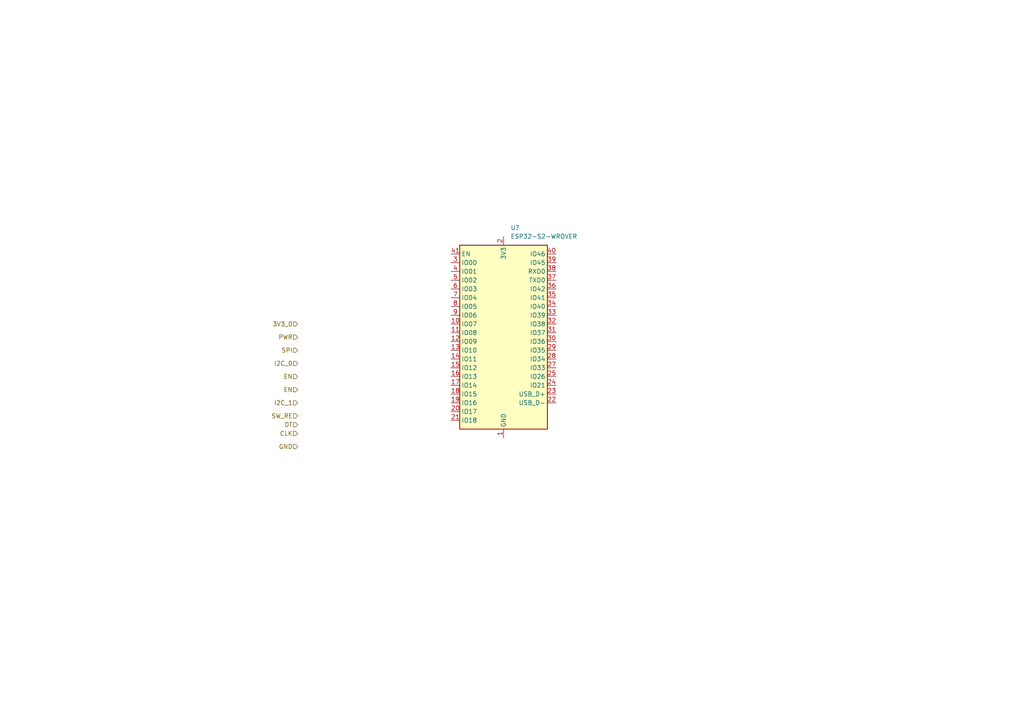
<source format=kicad_sch>
(kicad_sch (version 20211123) (generator eeschema)
  (paper "A4")
  (title_block (date "2022-12-27") (rev "0.1") (company "ncAudio"))
  (lib_symbols
    (symbol "RF_Module:ESP32-S2-WROVER"
      (property "Reference" "U" (at -12.7 29.21 0))
      (property "Value" "ESP32-S2-WROVER" (at 2.54 29.21 0))
      (symbol "ESP32-S2-WROVER_0_1"
        (rectangle (start -12.7 27.94) (end 12.7 -25.4) (stroke (width 0.254)) (fill (type background)))
      )
      (symbol "ESP32-S2-WROVER_1_1"
        (pin power_in line (at 0 -27.94 90) (length 2.54) (name "GND") (number "1"))
        (pin bidirectional line (at -15.24 5.08 0) (length 2.54) (name "IO07") (number "10"))
        (pin bidirectional line (at -15.24 2.54 0) (length 2.54) (name "IO08") (number "11"))
        (pin bidirectional line (at -15.24 0 0) (length 2.54) (name "IO09") (number "12"))
        (pin bidirectional line (at -15.24 -2.54 0) (length 2.54) (name "IO10") (number "13"))
        (pin bidirectional line (at -15.24 -5.08 0) (length 2.54) (name "IO11") (number "14"))
        (pin bidirectional line (at -15.24 -7.62 0) (length 2.54) (name "IO12") (number "15"))
        (pin bidirectional line (at -15.24 -10.16 0) (length 2.54) (name "IO13") (number "16"))
        (pin bidirectional line (at -15.24 -12.7 0) (length 2.54) (name "IO14") (number "17"))
        (pin bidirectional line (at -15.24 -15.24 0) (length 2.54) (name "IO15") (number "18"))
        (pin bidirectional line (at -15.24 -17.78 0) (length 2.54) (name "IO16") (number "19"))
        (pin power_in line (at 0 30.48 270) (length 2.54) (name "3V3") (number "2"))
        (pin bidirectional line (at -15.24 -20.32 0) (length 2.54) (name "IO17") (number "20"))
        (pin bidirectional line (at -15.24 -22.86 0) (length 2.54) (name "IO18") (number "21"))
        (pin bidirectional line (at 15.24 -17.78 180) (length 2.54) (name "USB_D-") (number "22"))
        (pin bidirectional line (at 15.24 -15.24 180) (length 2.54) (name "USB_D+") (number "23"))
        (pin bidirectional line (at 15.24 -12.7 180) (length 2.54) (name "IO21") (number "24"))
        (pin bidirectional line (at 15.24 -10.16 180) (length 2.54) (name "IO26") (number "25"))
        (pin passive line (at 0 -27.94 90) (length 2.54) hide (name "GND") (number "26"))
        (pin bidirectional line (at 15.24 -7.62 180) (length 2.54) (name "IO33") (number "27"))
        (pin bidirectional line (at 15.24 -5.08 180) (length 2.54) (name "IO34") (number "28"))
        (pin bidirectional line (at 15.24 -2.54 180) (length 2.54) (name "IO35") (number "29"))
        (pin bidirectional line (at -15.24 22.86 0) (length 2.54) (name "IO00") (number "3"))
        (pin bidirectional line (at 15.24 0 180) (length 2.54) (name "IO36") (number "30"))
        (pin bidirectional line (at 15.24 2.54 180) (length 2.54) (name "IO37") (number "31"))
        (pin bidirectional line (at 15.24 5.08 180) (length 2.54) (name "IO38") (number "32"))
        (pin bidirectional line (at 15.24 7.62 180) (length 2.54) (name "IO39") (number "33"))
        (pin bidirectional line (at 15.24 10.16 180) (length 2.54) (name "IO40") (number "34"))
        (pin bidirectional line (at 15.24 12.7 180) (length 2.54) (name "IO41") (number "35"))
        (pin bidirectional line (at 15.24 15.24 180) (length 2.54) (name "IO42") (number "36"))
        (pin bidirectional line (at 15.24 17.78 180) (length 2.54) (name "TXD0") (number "37"))
        (pin bidirectional line (at 15.24 20.32 180) (length 2.54) (name "RXD0") (number "38"))
        (pin bidirectional line (at 15.24 22.86 180) (length 2.54) (name "IO45") (number "39"))
        (pin bidirectional line (at -15.24 20.32 0) (length 2.54) (name "IO01") (number "4"))
        (pin input line (at 15.24 25.4 180) (length 2.54) (name "IO46") (number "40"))
        (pin input line (at -15.24 25.4 0) (length 2.54) (name "EN") (number "41"))
        (pin passive line (at 0 -27.94 90) (length 2.54) hide (name "GND") (number "42"))
        (pin passive line (at 0 -27.94 90) (length 2.54) hide (name "GND") (number "43"))
        (pin bidirectional line (at -15.24 17.78 0) (length 2.54) (name "IO02") (number "5"))
        (pin bidirectional line (at -15.24 15.24 0) (length 2.54) (name "IO03") (number "6"))
        (pin bidirectional line (at -15.24 12.7 0) (length 2.54) (name "IO04") (number "7"))
        (pin bidirectional line (at -15.24 10.16 0) (length 2.54) (name "IO05") (number "8"))
        (pin bidirectional line (at -15.24 7.62 0) (length 2.54) (name "IO06") (number "9"))
      )
    )
  )
  (hierarchical_label "EN" (shape input) (at 86.36 113.03 180))
  (hierarchical_label "EN" (shape input) (at 86.36 109.22 180))
  (hierarchical_label "SPI" (shape input) (at 86.36 101.6 180))
  (hierarchical_label "DT" (shape input) (at 86.36 123.19 180))
  (hierarchical_label "PWR" (shape input) (at 86.36 97.79 180))
  (hierarchical_label "GND" (shape input) (at 86.36 129.54 180))
  (hierarchical_label "I2C_0" (shape input) (at 86.36 105.41 180))
  (hierarchical_label "I2C_1" (shape input) (at 86.36 116.84 180))
  (hierarchical_label "3V3_0" (shape input) (at 86.36 93.98 180))
  (hierarchical_label "CLK" (shape input) (at 86.36 125.73 180))
  (hierarchical_label "SW_RE" (shape input) (at 86.36 120.65 180))
  (symbol (lib_id "RF_Module:ESP32-S2-WROVER") (at 146.05 99.06 0) (unit 1)
    (property "Reference" "U?" (at 148.0694 66.04 0) (effects (justify left)))
    (property "Value" "ESP32-S2-WROVER" (at 148.0694 68.58 0) (effects (justify left)))
    (property "Footprint" "RF_Module:ESP32-S2-WROVER" (effects hide))
    (property "Datasheet" "https://www.espressif.com/sites/default/files/documentation/esp32-s2-wroom_esp32-s2-wroom-i_datasheet_en.pdf" (effects hide))
  )
)
</source>
